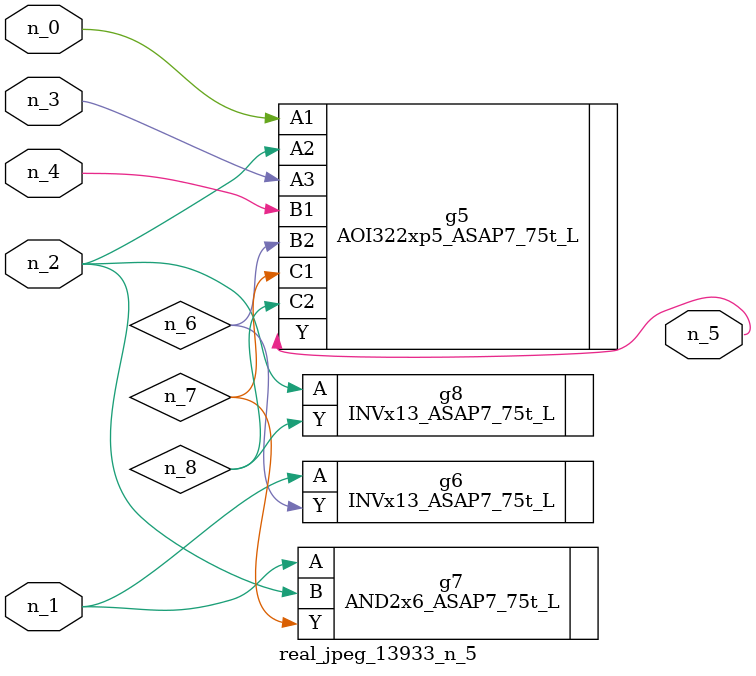
<source format=v>
module real_jpeg_13933_n_5 (n_4, n_0, n_1, n_2, n_3, n_5);

input n_4;
input n_0;
input n_1;
input n_2;
input n_3;

output n_5;

wire n_8;
wire n_6;
wire n_7;

AOI322xp5_ASAP7_75t_L g5 ( 
.A1(n_0),
.A2(n_2),
.A3(n_3),
.B1(n_4),
.B2(n_6),
.C1(n_7),
.C2(n_8),
.Y(n_5)
);

INVx13_ASAP7_75t_L g6 ( 
.A(n_1),
.Y(n_6)
);

AND2x6_ASAP7_75t_L g7 ( 
.A(n_1),
.B(n_2),
.Y(n_7)
);

INVx13_ASAP7_75t_L g8 ( 
.A(n_2),
.Y(n_8)
);


endmodule
</source>
